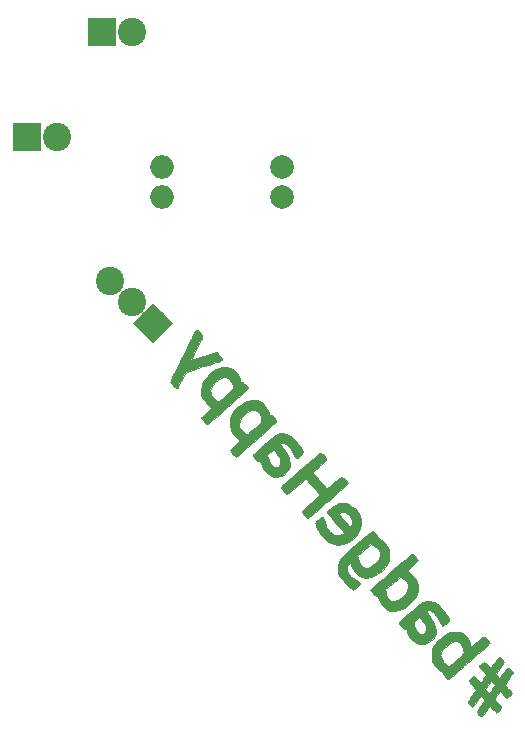
<source format=gbs>
G04 #@! TF.GenerationSoftware,KiCad,Pcbnew,(5.1.2)-1*
G04 #@! TF.CreationDate,2019-06-22T12:29:30-06:00*
G04 #@! TF.ProjectId,superhashtagpcb,73757065-7268-4617-9368-746167706362,rev?*
G04 #@! TF.SameCoordinates,Original*
G04 #@! TF.FileFunction,Soldermask,Bot*
G04 #@! TF.FilePolarity,Negative*
%FSLAX46Y46*%
G04 Gerber Fmt 4.6, Leading zero omitted, Abs format (unit mm)*
G04 Created by KiCad (PCBNEW (5.1.2)-1) date 2019-06-22 12:29:30*
%MOMM*%
%LPD*%
G04 APERTURE LIST*
%ADD10C,0.010000*%
%ADD11R,2.400000X2.400000*%
%ADD12C,2.400000*%
%ADD13C,2.000000*%
%ADD14O,2.000000X2.000000*%
%ADD15C,0.100000*%
G04 APERTURE END LIST*
D10*
G36*
X122429920Y-110340327D02*
G01*
X122480114Y-110382197D01*
X122534795Y-110443414D01*
X122597479Y-110519273D01*
X122625417Y-110552470D01*
X122723258Y-110677392D01*
X122793664Y-110786928D01*
X122821952Y-110858120D01*
X122822000Y-110859885D01*
X122803677Y-110921222D01*
X122752799Y-111044238D01*
X122675507Y-111215306D01*
X122577938Y-111420797D01*
X122477610Y-111624415D01*
X122354821Y-111871057D01*
X122234285Y-112115941D01*
X122125699Y-112339167D01*
X122038760Y-112520838D01*
X121995562Y-112613535D01*
X121857904Y-112915236D01*
X122955132Y-112550091D01*
X124052359Y-112184945D01*
X124261932Y-112417723D01*
X124410688Y-112600641D01*
X124493678Y-112744835D01*
X124509210Y-112846836D01*
X124488951Y-112883153D01*
X124441683Y-112904033D01*
X124322898Y-112948107D01*
X124141560Y-113012281D01*
X123906633Y-113093463D01*
X123627084Y-113188560D01*
X123311877Y-113294479D01*
X122969977Y-113408128D01*
X122903397Y-113430122D01*
X121354961Y-113941137D01*
X121064328Y-114565819D01*
X120963681Y-114780271D01*
X120873143Y-114969684D01*
X120799659Y-115119796D01*
X120750175Y-115216348D01*
X120734331Y-115243417D01*
X120671676Y-115290380D01*
X120591316Y-115276665D01*
X120485208Y-115198147D01*
X120345309Y-115050706D01*
X120334917Y-115038711D01*
X120230779Y-114912212D01*
X120152791Y-114806447D01*
X120114496Y-114740123D01*
X120112711Y-114731797D01*
X120130697Y-114685616D01*
X120182449Y-114570242D01*
X120264680Y-114392616D01*
X120374104Y-114159676D01*
X120507437Y-113878359D01*
X120661393Y-113555603D01*
X120832685Y-113198348D01*
X121018030Y-112813532D01*
X121168481Y-112502334D01*
X121401349Y-112020845D01*
X121600030Y-111610460D01*
X121768043Y-111266474D01*
X121908901Y-110984183D01*
X122026121Y-110758879D01*
X122123218Y-110585859D01*
X122203709Y-110460418D01*
X122271109Y-110377849D01*
X122328934Y-110333447D01*
X122380699Y-110322508D01*
X122429920Y-110340327D01*
X122429920Y-110340327D01*
G37*
X122429920Y-110340327D02*
X122480114Y-110382197D01*
X122534795Y-110443414D01*
X122597479Y-110519273D01*
X122625417Y-110552470D01*
X122723258Y-110677392D01*
X122793664Y-110786928D01*
X122821952Y-110858120D01*
X122822000Y-110859885D01*
X122803677Y-110921222D01*
X122752799Y-111044238D01*
X122675507Y-111215306D01*
X122577938Y-111420797D01*
X122477610Y-111624415D01*
X122354821Y-111871057D01*
X122234285Y-112115941D01*
X122125699Y-112339167D01*
X122038760Y-112520838D01*
X121995562Y-112613535D01*
X121857904Y-112915236D01*
X122955132Y-112550091D01*
X124052359Y-112184945D01*
X124261932Y-112417723D01*
X124410688Y-112600641D01*
X124493678Y-112744835D01*
X124509210Y-112846836D01*
X124488951Y-112883153D01*
X124441683Y-112904033D01*
X124322898Y-112948107D01*
X124141560Y-113012281D01*
X123906633Y-113093463D01*
X123627084Y-113188560D01*
X123311877Y-113294479D01*
X122969977Y-113408128D01*
X122903397Y-113430122D01*
X121354961Y-113941137D01*
X121064328Y-114565819D01*
X120963681Y-114780271D01*
X120873143Y-114969684D01*
X120799659Y-115119796D01*
X120750175Y-115216348D01*
X120734331Y-115243417D01*
X120671676Y-115290380D01*
X120591316Y-115276665D01*
X120485208Y-115198147D01*
X120345309Y-115050706D01*
X120334917Y-115038711D01*
X120230779Y-114912212D01*
X120152791Y-114806447D01*
X120114496Y-114740123D01*
X120112711Y-114731797D01*
X120130697Y-114685616D01*
X120182449Y-114570242D01*
X120264680Y-114392616D01*
X120374104Y-114159676D01*
X120507437Y-113878359D01*
X120661393Y-113555603D01*
X120832685Y-113198348D01*
X121018030Y-112813532D01*
X121168481Y-112502334D01*
X121401349Y-112020845D01*
X121600030Y-111610460D01*
X121768043Y-111266474D01*
X121908901Y-110984183D01*
X122026121Y-110758879D01*
X122123218Y-110585859D01*
X122203709Y-110460418D01*
X122271109Y-110377849D01*
X122328934Y-110333447D01*
X122380699Y-110322508D01*
X122429920Y-110340327D01*
G36*
X124925462Y-113502673D02*
G01*
X125070005Y-113520355D01*
X125186638Y-113555752D01*
X125268507Y-113594681D01*
X125517098Y-113768317D01*
X125733653Y-113999362D01*
X125902355Y-114266273D01*
X126007386Y-114547509D01*
X126022535Y-114621644D01*
X126046396Y-114721174D01*
X126087508Y-114758186D01*
X126163918Y-114755385D01*
X126235207Y-114756378D01*
X126304729Y-114790907D01*
X126391247Y-114871759D01*
X126477277Y-114968972D01*
X126575333Y-115094448D01*
X126645889Y-115205148D01*
X126674239Y-115277877D01*
X126674288Y-115279731D01*
X126643274Y-115321427D01*
X126555057Y-115411726D01*
X126416847Y-115544283D01*
X126235852Y-115712752D01*
X126019285Y-115910789D01*
X125774353Y-116132046D01*
X125508267Y-116370180D01*
X125228236Y-116618844D01*
X124941472Y-116871692D01*
X124655182Y-117122380D01*
X124376578Y-117364561D01*
X124112868Y-117591890D01*
X123871264Y-117798022D01*
X123658974Y-117976611D01*
X123483208Y-118121312D01*
X123351177Y-118225778D01*
X123270090Y-118283665D01*
X123250280Y-118293281D01*
X123180952Y-118266638D01*
X123074579Y-118174626D01*
X122957240Y-118045692D01*
X122854506Y-117919862D01*
X122777419Y-117817163D01*
X122739247Y-117755534D01*
X122737334Y-117748359D01*
X122767442Y-117708311D01*
X122850092Y-117624026D01*
X122973775Y-117506633D01*
X123126980Y-117367262D01*
X123181748Y-117318615D01*
X123341943Y-117175358D01*
X123476487Y-117051624D01*
X123573911Y-116958222D01*
X123622748Y-116905965D01*
X123626248Y-116899553D01*
X123591578Y-116866770D01*
X123507461Y-116823726D01*
X123501888Y-116821392D01*
X123384084Y-116747577D01*
X123241422Y-116622011D01*
X123092833Y-116465406D01*
X122957247Y-116298474D01*
X122853593Y-116141929D01*
X122820371Y-116075699D01*
X122722869Y-115743510D01*
X122710436Y-115465171D01*
X123501492Y-115465171D01*
X123520853Y-115686402D01*
X123580291Y-115837770D01*
X123665500Y-115967298D01*
X123783614Y-116101869D01*
X123916651Y-116225769D01*
X124046633Y-116323280D01*
X124155577Y-116378686D01*
X124206086Y-116384768D01*
X124252638Y-116355243D01*
X124351696Y-116278493D01*
X124492378Y-116163419D01*
X124663801Y-116018924D01*
X124855084Y-115853912D01*
X124856367Y-115852793D01*
X125456062Y-115329752D01*
X125429567Y-115154293D01*
X125377752Y-114957530D01*
X125288130Y-114754615D01*
X125175877Y-114573251D01*
X125056166Y-114441144D01*
X125026882Y-114419082D01*
X124840699Y-114338828D01*
X124635095Y-114337055D01*
X124408346Y-114414303D01*
X124158728Y-114571117D01*
X123930367Y-114764491D01*
X123705215Y-115007386D01*
X123562601Y-115239889D01*
X123501492Y-115465171D01*
X122710436Y-115465171D01*
X122707416Y-115397585D01*
X122773617Y-115043465D01*
X122918929Y-114690776D01*
X123061602Y-114474837D01*
X123262667Y-114246112D01*
X123501903Y-114023260D01*
X123759091Y-113824938D01*
X124014010Y-113669803D01*
X124039110Y-113657131D01*
X124208731Y-113576938D01*
X124339931Y-113529203D01*
X124468213Y-113505669D01*
X124629080Y-113498082D01*
X124724805Y-113497675D01*
X124925462Y-113502673D01*
X124925462Y-113502673D01*
G37*
X124925462Y-113502673D02*
X125070005Y-113520355D01*
X125186638Y-113555752D01*
X125268507Y-113594681D01*
X125517098Y-113768317D01*
X125733653Y-113999362D01*
X125902355Y-114266273D01*
X126007386Y-114547509D01*
X126022535Y-114621644D01*
X126046396Y-114721174D01*
X126087508Y-114758186D01*
X126163918Y-114755385D01*
X126235207Y-114756378D01*
X126304729Y-114790907D01*
X126391247Y-114871759D01*
X126477277Y-114968972D01*
X126575333Y-115094448D01*
X126645889Y-115205148D01*
X126674239Y-115277877D01*
X126674288Y-115279731D01*
X126643274Y-115321427D01*
X126555057Y-115411726D01*
X126416847Y-115544283D01*
X126235852Y-115712752D01*
X126019285Y-115910789D01*
X125774353Y-116132046D01*
X125508267Y-116370180D01*
X125228236Y-116618844D01*
X124941472Y-116871692D01*
X124655182Y-117122380D01*
X124376578Y-117364561D01*
X124112868Y-117591890D01*
X123871264Y-117798022D01*
X123658974Y-117976611D01*
X123483208Y-118121312D01*
X123351177Y-118225778D01*
X123270090Y-118283665D01*
X123250280Y-118293281D01*
X123180952Y-118266638D01*
X123074579Y-118174626D01*
X122957240Y-118045692D01*
X122854506Y-117919862D01*
X122777419Y-117817163D01*
X122739247Y-117755534D01*
X122737334Y-117748359D01*
X122767442Y-117708311D01*
X122850092Y-117624026D01*
X122973775Y-117506633D01*
X123126980Y-117367262D01*
X123181748Y-117318615D01*
X123341943Y-117175358D01*
X123476487Y-117051624D01*
X123573911Y-116958222D01*
X123622748Y-116905965D01*
X123626248Y-116899553D01*
X123591578Y-116866770D01*
X123507461Y-116823726D01*
X123501888Y-116821392D01*
X123384084Y-116747577D01*
X123241422Y-116622011D01*
X123092833Y-116465406D01*
X122957247Y-116298474D01*
X122853593Y-116141929D01*
X122820371Y-116075699D01*
X122722869Y-115743510D01*
X122710436Y-115465171D01*
X123501492Y-115465171D01*
X123520853Y-115686402D01*
X123580291Y-115837770D01*
X123665500Y-115967298D01*
X123783614Y-116101869D01*
X123916651Y-116225769D01*
X124046633Y-116323280D01*
X124155577Y-116378686D01*
X124206086Y-116384768D01*
X124252638Y-116355243D01*
X124351696Y-116278493D01*
X124492378Y-116163419D01*
X124663801Y-116018924D01*
X124855084Y-115853912D01*
X124856367Y-115852793D01*
X125456062Y-115329752D01*
X125429567Y-115154293D01*
X125377752Y-114957530D01*
X125288130Y-114754615D01*
X125175877Y-114573251D01*
X125056166Y-114441144D01*
X125026882Y-114419082D01*
X124840699Y-114338828D01*
X124635095Y-114337055D01*
X124408346Y-114414303D01*
X124158728Y-114571117D01*
X123930367Y-114764491D01*
X123705215Y-115007386D01*
X123562601Y-115239889D01*
X123501492Y-115465171D01*
X122710436Y-115465171D01*
X122707416Y-115397585D01*
X122773617Y-115043465D01*
X122918929Y-114690776D01*
X123061602Y-114474837D01*
X123262667Y-114246112D01*
X123501903Y-114023260D01*
X123759091Y-113824938D01*
X124014010Y-113669803D01*
X124039110Y-113657131D01*
X124208731Y-113576938D01*
X124339931Y-113529203D01*
X124468213Y-113505669D01*
X124629080Y-113498082D01*
X124724805Y-113497675D01*
X124925462Y-113502673D01*
G36*
X127483900Y-116293503D02*
G01*
X127670866Y-116364114D01*
X127937718Y-116545839D01*
X128161941Y-116786331D01*
X128330063Y-117067207D01*
X128428612Y-117370083D01*
X128435094Y-117406850D01*
X128460859Y-117519130D01*
X128491277Y-117552925D01*
X128508965Y-117542635D01*
X128589443Y-117501808D01*
X128622059Y-117497667D01*
X128686852Y-117529740D01*
X128780190Y-117612271D01*
X128884481Y-117724727D01*
X128982132Y-117846577D01*
X129055549Y-117957288D01*
X129087140Y-118036327D01*
X129087334Y-118040670D01*
X129056253Y-118084051D01*
X128967832Y-118175848D01*
X128829300Y-118309709D01*
X128647886Y-118479287D01*
X128430820Y-118678232D01*
X128185332Y-118900194D01*
X127918652Y-119138825D01*
X127638009Y-119387776D01*
X127350633Y-119640696D01*
X127063753Y-119891237D01*
X126784600Y-120133049D01*
X126520402Y-120359783D01*
X126278391Y-120565091D01*
X126065794Y-120742622D01*
X125889843Y-120886028D01*
X125757766Y-120988959D01*
X125676794Y-121045066D01*
X125656532Y-121053667D01*
X125588153Y-121023980D01*
X125493099Y-120948038D01*
X125433687Y-120887821D01*
X125330168Y-120767073D01*
X125239193Y-120650754D01*
X125208823Y-120607461D01*
X125133790Y-120492946D01*
X125301520Y-120339390D01*
X125413388Y-120238166D01*
X125561542Y-120105693D01*
X125718547Y-119966474D01*
X125759207Y-119930633D01*
X126049163Y-119675433D01*
X125841279Y-119546205D01*
X125564295Y-119327530D01*
X125352041Y-119062316D01*
X125207009Y-118761425D01*
X125131688Y-118435720D01*
X125129968Y-118248199D01*
X125912749Y-118248199D01*
X125937673Y-118483659D01*
X125957187Y-118542661D01*
X126024282Y-118661427D01*
X126133970Y-118796114D01*
X126267462Y-118929425D01*
X126405969Y-119044067D01*
X126530703Y-119122744D01*
X126615372Y-119148509D01*
X126660682Y-119121818D01*
X126758257Y-119047525D01*
X126897244Y-118934456D01*
X127066786Y-118791435D01*
X127250372Y-118632256D01*
X127456943Y-118450385D01*
X127608260Y-118314312D01*
X127712743Y-118214033D01*
X127778815Y-118139546D01*
X127814898Y-118080848D01*
X127829413Y-118027934D01*
X127830781Y-117970802D01*
X127829525Y-117944339D01*
X127773613Y-117658652D01*
X127639811Y-117402954D01*
X127518551Y-117262499D01*
X127409068Y-117164232D01*
X127319362Y-117114970D01*
X127214365Y-117099222D01*
X127148485Y-117099012D01*
X126946132Y-117128642D01*
X126741632Y-117214869D01*
X126521767Y-117364590D01*
X126341815Y-117519935D01*
X126114588Y-117766954D01*
X125971644Y-118009502D01*
X125912749Y-118248199D01*
X125129968Y-118248199D01*
X125128572Y-118096062D01*
X125200151Y-117753314D01*
X125348916Y-117418337D01*
X125351995Y-117413000D01*
X125537946Y-117152596D01*
X125784894Y-116894955D01*
X126070644Y-116658568D01*
X126372999Y-116461923D01*
X126652157Y-116329972D01*
X126922990Y-116263236D01*
X127210164Y-116251413D01*
X127483900Y-116293503D01*
X127483900Y-116293503D01*
G37*
X127483900Y-116293503D02*
X127670866Y-116364114D01*
X127937718Y-116545839D01*
X128161941Y-116786331D01*
X128330063Y-117067207D01*
X128428612Y-117370083D01*
X128435094Y-117406850D01*
X128460859Y-117519130D01*
X128491277Y-117552925D01*
X128508965Y-117542635D01*
X128589443Y-117501808D01*
X128622059Y-117497667D01*
X128686852Y-117529740D01*
X128780190Y-117612271D01*
X128884481Y-117724727D01*
X128982132Y-117846577D01*
X129055549Y-117957288D01*
X129087140Y-118036327D01*
X129087334Y-118040670D01*
X129056253Y-118084051D01*
X128967832Y-118175848D01*
X128829300Y-118309709D01*
X128647886Y-118479287D01*
X128430820Y-118678232D01*
X128185332Y-118900194D01*
X127918652Y-119138825D01*
X127638009Y-119387776D01*
X127350633Y-119640696D01*
X127063753Y-119891237D01*
X126784600Y-120133049D01*
X126520402Y-120359783D01*
X126278391Y-120565091D01*
X126065794Y-120742622D01*
X125889843Y-120886028D01*
X125757766Y-120988959D01*
X125676794Y-121045066D01*
X125656532Y-121053667D01*
X125588153Y-121023980D01*
X125493099Y-120948038D01*
X125433687Y-120887821D01*
X125330168Y-120767073D01*
X125239193Y-120650754D01*
X125208823Y-120607461D01*
X125133790Y-120492946D01*
X125301520Y-120339390D01*
X125413388Y-120238166D01*
X125561542Y-120105693D01*
X125718547Y-119966474D01*
X125759207Y-119930633D01*
X126049163Y-119675433D01*
X125841279Y-119546205D01*
X125564295Y-119327530D01*
X125352041Y-119062316D01*
X125207009Y-118761425D01*
X125131688Y-118435720D01*
X125129968Y-118248199D01*
X125912749Y-118248199D01*
X125937673Y-118483659D01*
X125957187Y-118542661D01*
X126024282Y-118661427D01*
X126133970Y-118796114D01*
X126267462Y-118929425D01*
X126405969Y-119044067D01*
X126530703Y-119122744D01*
X126615372Y-119148509D01*
X126660682Y-119121818D01*
X126758257Y-119047525D01*
X126897244Y-118934456D01*
X127066786Y-118791435D01*
X127250372Y-118632256D01*
X127456943Y-118450385D01*
X127608260Y-118314312D01*
X127712743Y-118214033D01*
X127778815Y-118139546D01*
X127814898Y-118080848D01*
X127829413Y-118027934D01*
X127830781Y-117970802D01*
X127829525Y-117944339D01*
X127773613Y-117658652D01*
X127639811Y-117402954D01*
X127518551Y-117262499D01*
X127409068Y-117164232D01*
X127319362Y-117114970D01*
X127214365Y-117099222D01*
X127148485Y-117099012D01*
X126946132Y-117128642D01*
X126741632Y-117214869D01*
X126521767Y-117364590D01*
X126341815Y-117519935D01*
X126114588Y-117766954D01*
X125971644Y-118009502D01*
X125912749Y-118248199D01*
X125129968Y-118248199D01*
X125128572Y-118096062D01*
X125200151Y-117753314D01*
X125348916Y-117418337D01*
X125351995Y-117413000D01*
X125537946Y-117152596D01*
X125784894Y-116894955D01*
X126070644Y-116658568D01*
X126372999Y-116461923D01*
X126652157Y-116329972D01*
X126922990Y-116263236D01*
X127210164Y-116251413D01*
X127483900Y-116293503D01*
G36*
X129633467Y-119072678D02*
G01*
X129662152Y-119074763D01*
X129881163Y-119111539D01*
X130085097Y-119190798D01*
X130290317Y-119321804D01*
X130513188Y-119513820D01*
X130615639Y-119614528D01*
X130767162Y-119781521D01*
X130917919Y-119971516D01*
X131058050Y-120169212D01*
X131177696Y-120359308D01*
X131266999Y-120526506D01*
X131316098Y-120655503D01*
X131321911Y-120710610D01*
X131285196Y-120789255D01*
X131202080Y-120892053D01*
X131091318Y-121002301D01*
X130971667Y-121103294D01*
X130861883Y-121178329D01*
X130780720Y-121210700D01*
X130762485Y-121208837D01*
X130717300Y-121161995D01*
X130648329Y-121056272D01*
X130566826Y-120909864D01*
X130519365Y-120815772D01*
X130385970Y-120575419D01*
X130229816Y-120348252D01*
X130064561Y-120150615D01*
X129903864Y-119998852D01*
X129762117Y-119909611D01*
X129650611Y-119877700D01*
X129553444Y-119896128D01*
X129512232Y-119914927D01*
X129392530Y-119974167D01*
X129669309Y-120355167D01*
X129881001Y-120663143D01*
X130035826Y-120929719D01*
X130140361Y-121169559D01*
X130201184Y-121397325D01*
X130223310Y-121590080D01*
X130227952Y-121762414D01*
X130215326Y-121886239D01*
X130178437Y-121997089D01*
X130120644Y-122111578D01*
X129933271Y-122376292D01*
X129697540Y-122578706D01*
X129423803Y-122711744D01*
X129164550Y-122765389D01*
X129008295Y-122770662D01*
X128865598Y-122761642D01*
X128812167Y-122751905D01*
X128525099Y-122634108D01*
X128266904Y-122444402D01*
X128047198Y-122193326D01*
X127875596Y-121891417D01*
X127779242Y-121619754D01*
X127743046Y-121510514D01*
X127701748Y-121465350D01*
X127636901Y-121464729D01*
X127633436Y-121465377D01*
X127568332Y-121461790D01*
X127493775Y-121418583D01*
X127394215Y-121324683D01*
X127315985Y-121239380D01*
X127211905Y-121116187D01*
X127134782Y-121012671D01*
X127098715Y-120948056D01*
X127097667Y-120941714D01*
X127104356Y-120915998D01*
X127111194Y-120905500D01*
X128324097Y-120905500D01*
X128380859Y-121138334D01*
X128452938Y-121377081D01*
X128545820Y-121561209D01*
X128676368Y-121720670D01*
X128746048Y-121787098D01*
X128911081Y-121905448D01*
X129059838Y-121943122D01*
X129200258Y-121900574D01*
X129302257Y-121818923D01*
X129399493Y-121665166D01*
X129428259Y-121478417D01*
X129386846Y-121277758D01*
X129356761Y-121210315D01*
X129299181Y-121109254D01*
X129216006Y-120977223D01*
X129119268Y-120831623D01*
X129021000Y-120689851D01*
X128933233Y-120569308D01*
X128868001Y-120487394D01*
X128838629Y-120461077D01*
X128796954Y-120487668D01*
X128710337Y-120558069D01*
X128595751Y-120658334D01*
X128568132Y-120683327D01*
X128324097Y-120905500D01*
X127111194Y-120905500D01*
X127128468Y-120878984D01*
X127176066Y-120824985D01*
X127253215Y-120748312D01*
X127365980Y-120643279D01*
X127520424Y-120504200D01*
X127722612Y-120325386D01*
X127978608Y-120101151D01*
X128198334Y-119909530D01*
X128488913Y-119659411D01*
X128728042Y-119462090D01*
X128925562Y-119311957D01*
X129091315Y-119203399D01*
X129235141Y-119130804D01*
X129366880Y-119088561D01*
X129496375Y-119071056D01*
X129633467Y-119072678D01*
X129633467Y-119072678D01*
G37*
X129633467Y-119072678D02*
X129662152Y-119074763D01*
X129881163Y-119111539D01*
X130085097Y-119190798D01*
X130290317Y-119321804D01*
X130513188Y-119513820D01*
X130615639Y-119614528D01*
X130767162Y-119781521D01*
X130917919Y-119971516D01*
X131058050Y-120169212D01*
X131177696Y-120359308D01*
X131266999Y-120526506D01*
X131316098Y-120655503D01*
X131321911Y-120710610D01*
X131285196Y-120789255D01*
X131202080Y-120892053D01*
X131091318Y-121002301D01*
X130971667Y-121103294D01*
X130861883Y-121178329D01*
X130780720Y-121210700D01*
X130762485Y-121208837D01*
X130717300Y-121161995D01*
X130648329Y-121056272D01*
X130566826Y-120909864D01*
X130519365Y-120815772D01*
X130385970Y-120575419D01*
X130229816Y-120348252D01*
X130064561Y-120150615D01*
X129903864Y-119998852D01*
X129762117Y-119909611D01*
X129650611Y-119877700D01*
X129553444Y-119896128D01*
X129512232Y-119914927D01*
X129392530Y-119974167D01*
X129669309Y-120355167D01*
X129881001Y-120663143D01*
X130035826Y-120929719D01*
X130140361Y-121169559D01*
X130201184Y-121397325D01*
X130223310Y-121590080D01*
X130227952Y-121762414D01*
X130215326Y-121886239D01*
X130178437Y-121997089D01*
X130120644Y-122111578D01*
X129933271Y-122376292D01*
X129697540Y-122578706D01*
X129423803Y-122711744D01*
X129164550Y-122765389D01*
X129008295Y-122770662D01*
X128865598Y-122761642D01*
X128812167Y-122751905D01*
X128525099Y-122634108D01*
X128266904Y-122444402D01*
X128047198Y-122193326D01*
X127875596Y-121891417D01*
X127779242Y-121619754D01*
X127743046Y-121510514D01*
X127701748Y-121465350D01*
X127636901Y-121464729D01*
X127633436Y-121465377D01*
X127568332Y-121461790D01*
X127493775Y-121418583D01*
X127394215Y-121324683D01*
X127315985Y-121239380D01*
X127211905Y-121116187D01*
X127134782Y-121012671D01*
X127098715Y-120948056D01*
X127097667Y-120941714D01*
X127104356Y-120915998D01*
X127111194Y-120905500D01*
X128324097Y-120905500D01*
X128380859Y-121138334D01*
X128452938Y-121377081D01*
X128545820Y-121561209D01*
X128676368Y-121720670D01*
X128746048Y-121787098D01*
X128911081Y-121905448D01*
X129059838Y-121943122D01*
X129200258Y-121900574D01*
X129302257Y-121818923D01*
X129399493Y-121665166D01*
X129428259Y-121478417D01*
X129386846Y-121277758D01*
X129356761Y-121210315D01*
X129299181Y-121109254D01*
X129216006Y-120977223D01*
X129119268Y-120831623D01*
X129021000Y-120689851D01*
X128933233Y-120569308D01*
X128868001Y-120487394D01*
X128838629Y-120461077D01*
X128796954Y-120487668D01*
X128710337Y-120558069D01*
X128595751Y-120658334D01*
X128568132Y-120683327D01*
X128324097Y-120905500D01*
X127111194Y-120905500D01*
X127128468Y-120878984D01*
X127176066Y-120824985D01*
X127253215Y-120748312D01*
X127365980Y-120643279D01*
X127520424Y-120504200D01*
X127722612Y-120325386D01*
X127978608Y-120101151D01*
X128198334Y-119909530D01*
X128488913Y-119659411D01*
X128728042Y-119462090D01*
X128925562Y-119311957D01*
X129091315Y-119203399D01*
X129235141Y-119130804D01*
X129366880Y-119088561D01*
X129496375Y-119071056D01*
X129633467Y-119072678D01*
G36*
X132889717Y-120746020D02*
G01*
X132990296Y-120821915D01*
X133104138Y-120932717D01*
X133213693Y-121061131D01*
X133301416Y-121189862D01*
X133310171Y-121205481D01*
X133327586Y-121241230D01*
X133332845Y-121275690D01*
X133319046Y-121316451D01*
X133279284Y-121371105D01*
X133206658Y-121447244D01*
X133094262Y-121552458D01*
X132935195Y-121694339D01*
X132722553Y-121880478D01*
X132596358Y-121990449D01*
X132441451Y-122126533D01*
X132310998Y-122243284D01*
X132217707Y-122329175D01*
X132174284Y-122372678D01*
X132173025Y-122374509D01*
X132194169Y-122414172D01*
X132262437Y-122505062D01*
X132367948Y-122635810D01*
X132500820Y-122795042D01*
X132651169Y-122971388D01*
X132809114Y-123153476D01*
X132964771Y-123329936D01*
X133108260Y-123489396D01*
X133229697Y-123620484D01*
X133319200Y-123711830D01*
X133366886Y-123752062D01*
X133370919Y-123752883D01*
X133411705Y-123722777D01*
X133505352Y-123645984D01*
X133641042Y-123531612D01*
X133807956Y-123388772D01*
X133974769Y-123244417D01*
X134162196Y-123084146D01*
X134330501Y-122945344D01*
X134468325Y-122836974D01*
X134564310Y-122767997D01*
X134605242Y-122747000D01*
X134662020Y-122776826D01*
X134753602Y-122853866D01*
X134861601Y-122959466D01*
X134967627Y-123074971D01*
X135053291Y-123181725D01*
X135089963Y-123238737D01*
X135114474Y-123324223D01*
X135106296Y-123369125D01*
X135063708Y-123414216D01*
X134965024Y-123506595D01*
X134817599Y-123639925D01*
X134628792Y-123807868D01*
X134405958Y-124004088D01*
X134156454Y-124222248D01*
X133887637Y-124456011D01*
X133606863Y-124699040D01*
X133321489Y-124944998D01*
X133038872Y-125187549D01*
X132766368Y-125420355D01*
X132511334Y-125637080D01*
X132281126Y-125831387D01*
X132083102Y-125996939D01*
X131924617Y-126127398D01*
X131813029Y-126216429D01*
X131755695Y-126257694D01*
X131750413Y-126259826D01*
X131692821Y-126229642D01*
X131600539Y-126148844D01*
X131491243Y-126033349D01*
X131464663Y-126002494D01*
X131361823Y-125873867D01*
X131285041Y-125764460D01*
X131247860Y-125693956D01*
X131246334Y-125685158D01*
X131277034Y-125641786D01*
X131363236Y-125551801D01*
X131496087Y-125423610D01*
X131666736Y-125265620D01*
X131866332Y-125086241D01*
X132008462Y-124961229D01*
X132770591Y-124296463D01*
X132650875Y-124167315D01*
X132592883Y-124102822D01*
X132491198Y-123987847D01*
X132357602Y-123835866D01*
X132203876Y-123660360D01*
X132041802Y-123474807D01*
X131883161Y-123292685D01*
X131739734Y-123127474D01*
X131623303Y-122992651D01*
X131580247Y-122942434D01*
X131540160Y-122957381D01*
X131447152Y-123020989D01*
X131311359Y-123125421D01*
X131142918Y-123262839D01*
X130951965Y-123425406D01*
X130923200Y-123450434D01*
X130651529Y-123686845D01*
X130436438Y-123872410D01*
X130271268Y-124012582D01*
X130149360Y-124112814D01*
X130064056Y-124178557D01*
X130008698Y-124215264D01*
X129976627Y-124228388D01*
X129972843Y-124228667D01*
X129926021Y-124199045D01*
X129843107Y-124122626D01*
X129741702Y-124018080D01*
X129639402Y-123904075D01*
X129553808Y-123799282D01*
X129512747Y-123740577D01*
X129475272Y-123660593D01*
X129493361Y-123597985D01*
X129533914Y-123548810D01*
X129599978Y-123483396D01*
X129719353Y-123373226D01*
X129884558Y-123224732D01*
X130088114Y-123044351D01*
X130322539Y-122838517D01*
X130580353Y-122613663D01*
X130854074Y-122376225D01*
X131136222Y-122132638D01*
X131419317Y-121889335D01*
X131695878Y-121652751D01*
X131958423Y-121429321D01*
X132199473Y-121225480D01*
X132411546Y-121047661D01*
X132587162Y-120902300D01*
X132718841Y-120795830D01*
X132799100Y-120734687D01*
X132819949Y-120722327D01*
X132889717Y-120746020D01*
X132889717Y-120746020D01*
G37*
X132889717Y-120746020D02*
X132990296Y-120821915D01*
X133104138Y-120932717D01*
X133213693Y-121061131D01*
X133301416Y-121189862D01*
X133310171Y-121205481D01*
X133327586Y-121241230D01*
X133332845Y-121275690D01*
X133319046Y-121316451D01*
X133279284Y-121371105D01*
X133206658Y-121447244D01*
X133094262Y-121552458D01*
X132935195Y-121694339D01*
X132722553Y-121880478D01*
X132596358Y-121990449D01*
X132441451Y-122126533D01*
X132310998Y-122243284D01*
X132217707Y-122329175D01*
X132174284Y-122372678D01*
X132173025Y-122374509D01*
X132194169Y-122414172D01*
X132262437Y-122505062D01*
X132367948Y-122635810D01*
X132500820Y-122795042D01*
X132651169Y-122971388D01*
X132809114Y-123153476D01*
X132964771Y-123329936D01*
X133108260Y-123489396D01*
X133229697Y-123620484D01*
X133319200Y-123711830D01*
X133366886Y-123752062D01*
X133370919Y-123752883D01*
X133411705Y-123722777D01*
X133505352Y-123645984D01*
X133641042Y-123531612D01*
X133807956Y-123388772D01*
X133974769Y-123244417D01*
X134162196Y-123084146D01*
X134330501Y-122945344D01*
X134468325Y-122836974D01*
X134564310Y-122767997D01*
X134605242Y-122747000D01*
X134662020Y-122776826D01*
X134753602Y-122853866D01*
X134861601Y-122959466D01*
X134967627Y-123074971D01*
X135053291Y-123181725D01*
X135089963Y-123238737D01*
X135114474Y-123324223D01*
X135106296Y-123369125D01*
X135063708Y-123414216D01*
X134965024Y-123506595D01*
X134817599Y-123639925D01*
X134628792Y-123807868D01*
X134405958Y-124004088D01*
X134156454Y-124222248D01*
X133887637Y-124456011D01*
X133606863Y-124699040D01*
X133321489Y-124944998D01*
X133038872Y-125187549D01*
X132766368Y-125420355D01*
X132511334Y-125637080D01*
X132281126Y-125831387D01*
X132083102Y-125996939D01*
X131924617Y-126127398D01*
X131813029Y-126216429D01*
X131755695Y-126257694D01*
X131750413Y-126259826D01*
X131692821Y-126229642D01*
X131600539Y-126148844D01*
X131491243Y-126033349D01*
X131464663Y-126002494D01*
X131361823Y-125873867D01*
X131285041Y-125764460D01*
X131247860Y-125693956D01*
X131246334Y-125685158D01*
X131277034Y-125641786D01*
X131363236Y-125551801D01*
X131496087Y-125423610D01*
X131666736Y-125265620D01*
X131866332Y-125086241D01*
X132008462Y-124961229D01*
X132770591Y-124296463D01*
X132650875Y-124167315D01*
X132592883Y-124102822D01*
X132491198Y-123987847D01*
X132357602Y-123835866D01*
X132203876Y-123660360D01*
X132041802Y-123474807D01*
X131883161Y-123292685D01*
X131739734Y-123127474D01*
X131623303Y-122992651D01*
X131580247Y-122942434D01*
X131540160Y-122957381D01*
X131447152Y-123020989D01*
X131311359Y-123125421D01*
X131142918Y-123262839D01*
X130951965Y-123425406D01*
X130923200Y-123450434D01*
X130651529Y-123686845D01*
X130436438Y-123872410D01*
X130271268Y-124012582D01*
X130149360Y-124112814D01*
X130064056Y-124178557D01*
X130008698Y-124215264D01*
X129976627Y-124228388D01*
X129972843Y-124228667D01*
X129926021Y-124199045D01*
X129843107Y-124122626D01*
X129741702Y-124018080D01*
X129639402Y-123904075D01*
X129553808Y-123799282D01*
X129512747Y-123740577D01*
X129475272Y-123660593D01*
X129493361Y-123597985D01*
X129533914Y-123548810D01*
X129599978Y-123483396D01*
X129719353Y-123373226D01*
X129884558Y-123224732D01*
X130088114Y-123044351D01*
X130322539Y-122838517D01*
X130580353Y-122613663D01*
X130854074Y-122376225D01*
X131136222Y-122132638D01*
X131419317Y-121889335D01*
X131695878Y-121652751D01*
X131958423Y-121429321D01*
X132199473Y-121225480D01*
X132411546Y-121047661D01*
X132587162Y-120902300D01*
X132718841Y-120795830D01*
X132799100Y-120734687D01*
X132819949Y-120722327D01*
X132889717Y-120746020D01*
G36*
X134996156Y-125029390D02*
G01*
X135228090Y-125089170D01*
X135438385Y-125201839D01*
X135651958Y-125378064D01*
X135713704Y-125438211D01*
X135962020Y-125739653D01*
X136131153Y-126063051D01*
X136221314Y-126400938D01*
X136232709Y-126745849D01*
X136165547Y-127090318D01*
X136020038Y-127426880D01*
X135796389Y-127748070D01*
X135644627Y-127911100D01*
X135321601Y-128182148D01*
X134985848Y-128378389D01*
X134643757Y-128497552D01*
X134301716Y-128537362D01*
X133987244Y-128500707D01*
X133693712Y-128393029D01*
X133400069Y-128214493D01*
X133120519Y-127977688D01*
X132869264Y-127695205D01*
X132660505Y-127379632D01*
X132606448Y-127276667D01*
X132524633Y-127099844D01*
X132456808Y-126933329D01*
X132413462Y-126803709D01*
X132404965Y-126765963D01*
X132397095Y-126686589D01*
X132411537Y-126622863D01*
X132460366Y-126555279D01*
X132555656Y-126464326D01*
X132634238Y-126395546D01*
X132800760Y-126261508D01*
X132922269Y-126191717D01*
X133007984Y-126185402D01*
X133067123Y-126241792D01*
X133107876Y-126355917D01*
X133182580Y-126640201D01*
X133252416Y-126859403D01*
X133325509Y-127032105D01*
X133409983Y-127176889D01*
X133513963Y-127312337D01*
X133538400Y-127340608D01*
X133761810Y-127542738D01*
X134006158Y-127666492D01*
X134265779Y-127709042D01*
X134276496Y-127709015D01*
X134445582Y-127690708D01*
X134603246Y-127645122D01*
X134725192Y-127581763D01*
X134787123Y-127510136D01*
X134787451Y-127509112D01*
X134764278Y-127467138D01*
X134692261Y-127370629D01*
X134578635Y-127228482D01*
X134430637Y-127049592D01*
X134255503Y-126842854D01*
X134081823Y-126641667D01*
X133887464Y-126415719D01*
X133713036Y-126207746D01*
X133565983Y-126027046D01*
X133475726Y-125911143D01*
X134412750Y-125911143D01*
X134434181Y-125962089D01*
X134488285Y-126040591D01*
X134581443Y-126156289D01*
X134720036Y-126318827D01*
X134847780Y-126465957D01*
X135032731Y-126676902D01*
X135170984Y-126827144D01*
X135271144Y-126920089D01*
X135341818Y-126959144D01*
X135391609Y-126947713D01*
X135429125Y-126889205D01*
X135462970Y-126787024D01*
X135482164Y-126717058D01*
X135501809Y-126503749D01*
X135442379Y-126294154D01*
X135301765Y-126082243D01*
X135233933Y-126007397D01*
X135113761Y-125896348D01*
X134997458Y-125810852D01*
X134918472Y-125772449D01*
X134756034Y-125760399D01*
X134582443Y-125789711D01*
X134443386Y-125852621D01*
X134442385Y-125853350D01*
X134417611Y-125878111D01*
X134412750Y-125911143D01*
X133475726Y-125911143D01*
X133453746Y-125882919D01*
X133383769Y-125784664D01*
X133363057Y-125743627D01*
X133396489Y-125676560D01*
X133486117Y-125578612D01*
X133615830Y-125462946D01*
X133769515Y-125342725D01*
X133931059Y-125231112D01*
X134084351Y-125141270D01*
X134125000Y-125121150D01*
X134265348Y-125062960D01*
X134399317Y-125029436D01*
X134559874Y-125014498D01*
X134717667Y-125011834D01*
X134996156Y-125029390D01*
X134996156Y-125029390D01*
G37*
X134996156Y-125029390D02*
X135228090Y-125089170D01*
X135438385Y-125201839D01*
X135651958Y-125378064D01*
X135713704Y-125438211D01*
X135962020Y-125739653D01*
X136131153Y-126063051D01*
X136221314Y-126400938D01*
X136232709Y-126745849D01*
X136165547Y-127090318D01*
X136020038Y-127426880D01*
X135796389Y-127748070D01*
X135644627Y-127911100D01*
X135321601Y-128182148D01*
X134985848Y-128378389D01*
X134643757Y-128497552D01*
X134301716Y-128537362D01*
X133987244Y-128500707D01*
X133693712Y-128393029D01*
X133400069Y-128214493D01*
X133120519Y-127977688D01*
X132869264Y-127695205D01*
X132660505Y-127379632D01*
X132606448Y-127276667D01*
X132524633Y-127099844D01*
X132456808Y-126933329D01*
X132413462Y-126803709D01*
X132404965Y-126765963D01*
X132397095Y-126686589D01*
X132411537Y-126622863D01*
X132460366Y-126555279D01*
X132555656Y-126464326D01*
X132634238Y-126395546D01*
X132800760Y-126261508D01*
X132922269Y-126191717D01*
X133007984Y-126185402D01*
X133067123Y-126241792D01*
X133107876Y-126355917D01*
X133182580Y-126640201D01*
X133252416Y-126859403D01*
X133325509Y-127032105D01*
X133409983Y-127176889D01*
X133513963Y-127312337D01*
X133538400Y-127340608D01*
X133761810Y-127542738D01*
X134006158Y-127666492D01*
X134265779Y-127709042D01*
X134276496Y-127709015D01*
X134445582Y-127690708D01*
X134603246Y-127645122D01*
X134725192Y-127581763D01*
X134787123Y-127510136D01*
X134787451Y-127509112D01*
X134764278Y-127467138D01*
X134692261Y-127370629D01*
X134578635Y-127228482D01*
X134430637Y-127049592D01*
X134255503Y-126842854D01*
X134081823Y-126641667D01*
X133887464Y-126415719D01*
X133713036Y-126207746D01*
X133565983Y-126027046D01*
X133475726Y-125911143D01*
X134412750Y-125911143D01*
X134434181Y-125962089D01*
X134488285Y-126040591D01*
X134581443Y-126156289D01*
X134720036Y-126318827D01*
X134847780Y-126465957D01*
X135032731Y-126676902D01*
X135170984Y-126827144D01*
X135271144Y-126920089D01*
X135341818Y-126959144D01*
X135391609Y-126947713D01*
X135429125Y-126889205D01*
X135462970Y-126787024D01*
X135482164Y-126717058D01*
X135501809Y-126503749D01*
X135442379Y-126294154D01*
X135301765Y-126082243D01*
X135233933Y-126007397D01*
X135113761Y-125896348D01*
X134997458Y-125810852D01*
X134918472Y-125772449D01*
X134756034Y-125760399D01*
X134582443Y-125789711D01*
X134443386Y-125852621D01*
X134442385Y-125853350D01*
X134417611Y-125878111D01*
X134412750Y-125911143D01*
X133475726Y-125911143D01*
X133453746Y-125882919D01*
X133383769Y-125784664D01*
X133363057Y-125743627D01*
X133396489Y-125676560D01*
X133486117Y-125578612D01*
X133615830Y-125462946D01*
X133769515Y-125342725D01*
X133931059Y-125231112D01*
X134084351Y-125141270D01*
X134125000Y-125121150D01*
X134265348Y-125062960D01*
X134399317Y-125029436D01*
X134559874Y-125014498D01*
X134717667Y-125011834D01*
X134996156Y-125029390D01*
G36*
X137275997Y-127392451D02*
G01*
X137369400Y-127472284D01*
X137475017Y-127580548D01*
X137574420Y-127696962D01*
X137649181Y-127801243D01*
X137680870Y-127873110D01*
X137681000Y-127876158D01*
X137715552Y-127927017D01*
X137803822Y-127994405D01*
X137871561Y-128034071D01*
X138096574Y-128191894D01*
X138308784Y-128412607D01*
X138488152Y-128674742D01*
X138514403Y-128722764D01*
X138570246Y-128837060D01*
X138605365Y-128939609D01*
X138624461Y-129056058D01*
X138632237Y-129212052D01*
X138633468Y-129372167D01*
X138631121Y-129575757D01*
X138620538Y-129722631D01*
X138596461Y-129840684D01*
X138553633Y-129957815D01*
X138501828Y-130070667D01*
X138322020Y-130377116D01*
X138089293Y-130646301D01*
X137789632Y-130893679D01*
X137698005Y-130957016D01*
X137352155Y-131152701D01*
X137020159Y-131266505D01*
X136697760Y-131299252D01*
X136380700Y-131251768D01*
X136302125Y-131227578D01*
X136120662Y-131136389D01*
X135933073Y-130992055D01*
X135753608Y-130811744D01*
X135596515Y-130612625D01*
X135476045Y-130411866D01*
X135406447Y-130226636D01*
X135395000Y-130134628D01*
X135381058Y-130049771D01*
X135336811Y-130038748D01*
X135258625Y-130102025D01*
X135208251Y-130158596D01*
X135094095Y-130350770D01*
X135061795Y-130555581D01*
X135110005Y-130769983D01*
X135237380Y-130990929D01*
X135442574Y-131215371D01*
X135724242Y-131440263D01*
X135795844Y-131489169D01*
X135984947Y-131623014D01*
X136106275Y-131727251D01*
X136155957Y-131798474D01*
X136157000Y-131806851D01*
X136125952Y-131871850D01*
X136045805Y-131968470D01*
X135936054Y-132078699D01*
X135816196Y-132184529D01*
X135705727Y-132267947D01*
X135624141Y-132310945D01*
X135608800Y-132313284D01*
X135539907Y-132288847D01*
X135432787Y-132227134D01*
X135352667Y-132171957D01*
X135131487Y-131988389D01*
X134903735Y-131764107D01*
X134693892Y-131525431D01*
X134526441Y-131298678D01*
X134497561Y-131252740D01*
X134343384Y-130929978D01*
X134273702Y-130611157D01*
X134288548Y-130295971D01*
X134387949Y-129984116D01*
X134571937Y-129675286D01*
X134662188Y-129560854D01*
X134733558Y-129486244D01*
X134737076Y-129482890D01*
X135955432Y-129482890D01*
X135993838Y-129653824D01*
X136076223Y-129924707D01*
X136194896Y-130143969D01*
X136264903Y-130235028D01*
X136434985Y-130390229D01*
X136619268Y-130465224D01*
X136823365Y-130460661D01*
X137052889Y-130377188D01*
X137130667Y-130335051D01*
X137380414Y-130160314D01*
X137586744Y-129955933D01*
X137741741Y-129734670D01*
X137837490Y-129509289D01*
X137866076Y-129292554D01*
X137848991Y-129176680D01*
X137755512Y-128969489D01*
X137596419Y-128768027D01*
X137389501Y-128592587D01*
X137274471Y-128521405D01*
X137143108Y-128449447D01*
X136549270Y-128966169D01*
X135955432Y-129482890D01*
X134737076Y-129482890D01*
X134855859Y-129369668D01*
X135020590Y-129218460D01*
X135219246Y-129039950D01*
X135443326Y-128841469D01*
X135684325Y-128630348D01*
X135933741Y-128413920D01*
X136183071Y-128199516D01*
X136423812Y-127994466D01*
X136647461Y-127806103D01*
X136845514Y-127641757D01*
X137009469Y-127508760D01*
X137130823Y-127414443D01*
X137201072Y-127366138D01*
X137213236Y-127361334D01*
X137275997Y-127392451D01*
X137275997Y-127392451D01*
G37*
X137275997Y-127392451D02*
X137369400Y-127472284D01*
X137475017Y-127580548D01*
X137574420Y-127696962D01*
X137649181Y-127801243D01*
X137680870Y-127873110D01*
X137681000Y-127876158D01*
X137715552Y-127927017D01*
X137803822Y-127994405D01*
X137871561Y-128034071D01*
X138096574Y-128191894D01*
X138308784Y-128412607D01*
X138488152Y-128674742D01*
X138514403Y-128722764D01*
X138570246Y-128837060D01*
X138605365Y-128939609D01*
X138624461Y-129056058D01*
X138632237Y-129212052D01*
X138633468Y-129372167D01*
X138631121Y-129575757D01*
X138620538Y-129722631D01*
X138596461Y-129840684D01*
X138553633Y-129957815D01*
X138501828Y-130070667D01*
X138322020Y-130377116D01*
X138089293Y-130646301D01*
X137789632Y-130893679D01*
X137698005Y-130957016D01*
X137352155Y-131152701D01*
X137020159Y-131266505D01*
X136697760Y-131299252D01*
X136380700Y-131251768D01*
X136302125Y-131227578D01*
X136120662Y-131136389D01*
X135933073Y-130992055D01*
X135753608Y-130811744D01*
X135596515Y-130612625D01*
X135476045Y-130411866D01*
X135406447Y-130226636D01*
X135395000Y-130134628D01*
X135381058Y-130049771D01*
X135336811Y-130038748D01*
X135258625Y-130102025D01*
X135208251Y-130158596D01*
X135094095Y-130350770D01*
X135061795Y-130555581D01*
X135110005Y-130769983D01*
X135237380Y-130990929D01*
X135442574Y-131215371D01*
X135724242Y-131440263D01*
X135795844Y-131489169D01*
X135984947Y-131623014D01*
X136106275Y-131727251D01*
X136155957Y-131798474D01*
X136157000Y-131806851D01*
X136125952Y-131871850D01*
X136045805Y-131968470D01*
X135936054Y-132078699D01*
X135816196Y-132184529D01*
X135705727Y-132267947D01*
X135624141Y-132310945D01*
X135608800Y-132313284D01*
X135539907Y-132288847D01*
X135432787Y-132227134D01*
X135352667Y-132171957D01*
X135131487Y-131988389D01*
X134903735Y-131764107D01*
X134693892Y-131525431D01*
X134526441Y-131298678D01*
X134497561Y-131252740D01*
X134343384Y-130929978D01*
X134273702Y-130611157D01*
X134288548Y-130295971D01*
X134387949Y-129984116D01*
X134571937Y-129675286D01*
X134662188Y-129560854D01*
X134733558Y-129486244D01*
X134737076Y-129482890D01*
X135955432Y-129482890D01*
X135993838Y-129653824D01*
X136076223Y-129924707D01*
X136194896Y-130143969D01*
X136264903Y-130235028D01*
X136434985Y-130390229D01*
X136619268Y-130465224D01*
X136823365Y-130460661D01*
X137052889Y-130377188D01*
X137130667Y-130335051D01*
X137380414Y-130160314D01*
X137586744Y-129955933D01*
X137741741Y-129734670D01*
X137837490Y-129509289D01*
X137866076Y-129292554D01*
X137848991Y-129176680D01*
X137755512Y-128969489D01*
X137596419Y-128768027D01*
X137389501Y-128592587D01*
X137274471Y-128521405D01*
X137143108Y-128449447D01*
X136549270Y-128966169D01*
X135955432Y-129482890D01*
X134737076Y-129482890D01*
X134855859Y-129369668D01*
X135020590Y-129218460D01*
X135219246Y-129039950D01*
X135443326Y-128841469D01*
X135684325Y-128630348D01*
X135933741Y-128413920D01*
X136183071Y-128199516D01*
X136423812Y-127994466D01*
X136647461Y-127806103D01*
X136845514Y-127641757D01*
X137009469Y-127508760D01*
X137130823Y-127414443D01*
X137201072Y-127366138D01*
X137213236Y-127361334D01*
X137275997Y-127392451D01*
G36*
X140631092Y-129303827D02*
G01*
X140653708Y-129319478D01*
X140735036Y-129395387D01*
X140833308Y-129503788D01*
X140931691Y-129623700D01*
X141013348Y-129734143D01*
X141061444Y-129814139D01*
X141067667Y-129835337D01*
X141037315Y-129882143D01*
X140954029Y-129972025D01*
X140829462Y-130093317D01*
X140675269Y-130234349D01*
X140623167Y-130280349D01*
X140462849Y-130422785D01*
X140328574Y-130546049D01*
X140231809Y-130639305D01*
X140184021Y-130691720D01*
X140180949Y-130698170D01*
X140214075Y-130735129D01*
X140299064Y-130805343D01*
X140418018Y-130894091D01*
X140426669Y-130900272D01*
X140688750Y-131134306D01*
X140881277Y-131407065D01*
X141004293Y-131709055D01*
X141057840Y-132030784D01*
X141041961Y-132362759D01*
X140956696Y-132695486D01*
X140802088Y-133019472D01*
X140578180Y-133325226D01*
X140415174Y-133491761D01*
X140080079Y-133760361D01*
X139737191Y-133958586D01*
X139393888Y-134084127D01*
X139057552Y-134134681D01*
X138735561Y-134107942D01*
X138581624Y-134064644D01*
X138378075Y-133958681D01*
X138179552Y-133795766D01*
X138000438Y-133594554D01*
X137855117Y-133373698D01*
X137757970Y-133151856D01*
X137723367Y-132951450D01*
X137717213Y-132858934D01*
X137694813Y-132839224D01*
X137672534Y-132856200D01*
X137601030Y-132900278D01*
X137519974Y-132888377D01*
X137418741Y-132815101D01*
X137286708Y-132675052D01*
X137264329Y-132648828D01*
X137162180Y-132524605D01*
X137085601Y-132424939D01*
X137047830Y-132367266D01*
X137046000Y-132361308D01*
X137074285Y-132318564D01*
X137097375Y-132293167D01*
X138308791Y-132293167D01*
X138331225Y-132491355D01*
X138398473Y-132758217D01*
X138529464Y-132999490D01*
X138640206Y-133126823D01*
X138797117Y-133247908D01*
X138953549Y-133303140D01*
X139126916Y-133293722D01*
X139334630Y-133220856D01*
X139418576Y-133180633D01*
X139660718Y-133029164D01*
X139877722Y-132837778D01*
X140057390Y-132622183D01*
X140187525Y-132398087D01*
X140255932Y-132181197D01*
X140263334Y-132092668D01*
X140223889Y-131879470D01*
X140113802Y-131666685D01*
X139945444Y-131471375D01*
X139731187Y-131310603D01*
X139672856Y-131278299D01*
X139549188Y-131214348D01*
X138928990Y-131753757D01*
X138308791Y-132293167D01*
X137097375Y-132293167D01*
X137147554Y-132237977D01*
X137225917Y-132160233D01*
X137309129Y-132083571D01*
X137444239Y-131962459D01*
X137623554Y-131803572D01*
X137839382Y-131613586D01*
X138084030Y-131399177D01*
X138349807Y-131167023D01*
X138629020Y-130923798D01*
X138913977Y-130676179D01*
X139196985Y-130430843D01*
X139470352Y-130194466D01*
X139726385Y-129973724D01*
X139957393Y-129775292D01*
X140155684Y-129605849D01*
X140313564Y-129472068D01*
X140423342Y-129380628D01*
X140477324Y-129338204D01*
X140477804Y-129337887D01*
X140566686Y-129293003D01*
X140631092Y-129303827D01*
X140631092Y-129303827D01*
G37*
X140631092Y-129303827D02*
X140653708Y-129319478D01*
X140735036Y-129395387D01*
X140833308Y-129503788D01*
X140931691Y-129623700D01*
X141013348Y-129734143D01*
X141061444Y-129814139D01*
X141067667Y-129835337D01*
X141037315Y-129882143D01*
X140954029Y-129972025D01*
X140829462Y-130093317D01*
X140675269Y-130234349D01*
X140623167Y-130280349D01*
X140462849Y-130422785D01*
X140328574Y-130546049D01*
X140231809Y-130639305D01*
X140184021Y-130691720D01*
X140180949Y-130698170D01*
X140214075Y-130735129D01*
X140299064Y-130805343D01*
X140418018Y-130894091D01*
X140426669Y-130900272D01*
X140688750Y-131134306D01*
X140881277Y-131407065D01*
X141004293Y-131709055D01*
X141057840Y-132030784D01*
X141041961Y-132362759D01*
X140956696Y-132695486D01*
X140802088Y-133019472D01*
X140578180Y-133325226D01*
X140415174Y-133491761D01*
X140080079Y-133760361D01*
X139737191Y-133958586D01*
X139393888Y-134084127D01*
X139057552Y-134134681D01*
X138735561Y-134107942D01*
X138581624Y-134064644D01*
X138378075Y-133958681D01*
X138179552Y-133795766D01*
X138000438Y-133594554D01*
X137855117Y-133373698D01*
X137757970Y-133151856D01*
X137723367Y-132951450D01*
X137717213Y-132858934D01*
X137694813Y-132839224D01*
X137672534Y-132856200D01*
X137601030Y-132900278D01*
X137519974Y-132888377D01*
X137418741Y-132815101D01*
X137286708Y-132675052D01*
X137264329Y-132648828D01*
X137162180Y-132524605D01*
X137085601Y-132424939D01*
X137047830Y-132367266D01*
X137046000Y-132361308D01*
X137074285Y-132318564D01*
X137097375Y-132293167D01*
X138308791Y-132293167D01*
X138331225Y-132491355D01*
X138398473Y-132758217D01*
X138529464Y-132999490D01*
X138640206Y-133126823D01*
X138797117Y-133247908D01*
X138953549Y-133303140D01*
X139126916Y-133293722D01*
X139334630Y-133220856D01*
X139418576Y-133180633D01*
X139660718Y-133029164D01*
X139877722Y-132837778D01*
X140057390Y-132622183D01*
X140187525Y-132398087D01*
X140255932Y-132181197D01*
X140263334Y-132092668D01*
X140223889Y-131879470D01*
X140113802Y-131666685D01*
X139945444Y-131471375D01*
X139731187Y-131310603D01*
X139672856Y-131278299D01*
X139549188Y-131214348D01*
X138928990Y-131753757D01*
X138308791Y-132293167D01*
X137097375Y-132293167D01*
X137147554Y-132237977D01*
X137225917Y-132160233D01*
X137309129Y-132083571D01*
X137444239Y-131962459D01*
X137623554Y-131803572D01*
X137839382Y-131613586D01*
X138084030Y-131399177D01*
X138349807Y-131167023D01*
X138629020Y-130923798D01*
X138913977Y-130676179D01*
X139196985Y-130430843D01*
X139470352Y-130194466D01*
X139726385Y-129973724D01*
X139957393Y-129775292D01*
X140155684Y-129605849D01*
X140313564Y-129472068D01*
X140423342Y-129380628D01*
X140477324Y-129338204D01*
X140477804Y-129337887D01*
X140566686Y-129293003D01*
X140631092Y-129303827D01*
G36*
X142372082Y-133332661D02*
G01*
X142419819Y-133353705D01*
X142615207Y-133473074D01*
X142831680Y-133653304D01*
X143054174Y-133878694D01*
X143267626Y-134133541D01*
X143456971Y-134402146D01*
X143512429Y-134492540D01*
X143612124Y-134665088D01*
X143672612Y-134781962D01*
X143699603Y-134859254D01*
X143698807Y-134913060D01*
X143677343Y-134957342D01*
X143609524Y-135037411D01*
X143505625Y-135135385D01*
X143385416Y-135235579D01*
X143268669Y-135322305D01*
X143175154Y-135379878D01*
X143127220Y-135393811D01*
X143087723Y-135351311D01*
X143023367Y-135250449D01*
X142945351Y-135109470D01*
X142909167Y-135038598D01*
X142756819Y-134750276D01*
X142617294Y-134527632D01*
X142479428Y-134355145D01*
X142332061Y-134217291D01*
X142301039Y-134192949D01*
X142118136Y-134084189D01*
X141957527Y-134052613D01*
X141823453Y-134099011D01*
X141818149Y-134102917D01*
X141791076Y-134133501D01*
X141791310Y-134176277D01*
X141825477Y-134245086D01*
X141900204Y-134353769D01*
X142005625Y-134494500D01*
X142259482Y-134861630D01*
X142439098Y-135199225D01*
X142547139Y-135513151D01*
X142584827Y-135768365D01*
X142587939Y-135952831D01*
X142571140Y-136087546D01*
X142529206Y-136206141D01*
X142511028Y-136243438D01*
X142336373Y-136506453D01*
X142115213Y-136714547D01*
X141860437Y-136861356D01*
X141584935Y-136940513D01*
X141301597Y-136945653D01*
X141150241Y-136915515D01*
X140990628Y-136858381D01*
X140834162Y-136783905D01*
X140801001Y-136764587D01*
X140609512Y-136608727D01*
X140428672Y-136394470D01*
X140276130Y-136147794D01*
X140169534Y-135894677D01*
X140143599Y-135796908D01*
X140113598Y-135692767D01*
X140070343Y-135651041D01*
X140000276Y-135649009D01*
X139929237Y-135641280D01*
X139851202Y-135594865D01*
X139749742Y-135497982D01*
X139675584Y-135416175D01*
X139572260Y-135291164D01*
X139495934Y-135183963D01*
X139485661Y-135163749D01*
X140717655Y-135163749D01*
X140730867Y-135246605D01*
X140738652Y-135288423D01*
X140819851Y-135573162D01*
X140956235Y-135807576D01*
X141107056Y-135968471D01*
X141246965Y-136076599D01*
X141367001Y-136118079D01*
X141492679Y-136097736D01*
X141580965Y-136058094D01*
X141716081Y-135944578D01*
X141785841Y-135784083D01*
X141785328Y-135588922D01*
X141779613Y-135560615D01*
X141731828Y-135431990D01*
X141640721Y-135257698D01*
X141517622Y-135056736D01*
X141373860Y-134848101D01*
X141282977Y-134727879D01*
X141200326Y-134622591D01*
X141081080Y-134727048D01*
X140920309Y-134867906D01*
X140812828Y-134966847D01*
X140749390Y-135039028D01*
X140720748Y-135099609D01*
X140717655Y-135163749D01*
X139485661Y-135163749D01*
X139460811Y-135114855D01*
X139459960Y-135108334D01*
X139471399Y-135080815D01*
X139509051Y-135033614D01*
X139577705Y-134962357D01*
X139682150Y-134862670D01*
X139827176Y-134730178D01*
X140017571Y-134560507D01*
X140258124Y-134349283D01*
X140553624Y-134092133D01*
X140908861Y-133784681D01*
X140914355Y-133779935D01*
X141088495Y-133636615D01*
X141263464Y-133504731D01*
X141416944Y-133400468D01*
X141512167Y-133346432D01*
X141792834Y-133258572D01*
X142081709Y-133253999D01*
X142372082Y-133332661D01*
X142372082Y-133332661D01*
G37*
X142372082Y-133332661D02*
X142419819Y-133353705D01*
X142615207Y-133473074D01*
X142831680Y-133653304D01*
X143054174Y-133878694D01*
X143267626Y-134133541D01*
X143456971Y-134402146D01*
X143512429Y-134492540D01*
X143612124Y-134665088D01*
X143672612Y-134781962D01*
X143699603Y-134859254D01*
X143698807Y-134913060D01*
X143677343Y-134957342D01*
X143609524Y-135037411D01*
X143505625Y-135135385D01*
X143385416Y-135235579D01*
X143268669Y-135322305D01*
X143175154Y-135379878D01*
X143127220Y-135393811D01*
X143087723Y-135351311D01*
X143023367Y-135250449D01*
X142945351Y-135109470D01*
X142909167Y-135038598D01*
X142756819Y-134750276D01*
X142617294Y-134527632D01*
X142479428Y-134355145D01*
X142332061Y-134217291D01*
X142301039Y-134192949D01*
X142118136Y-134084189D01*
X141957527Y-134052613D01*
X141823453Y-134099011D01*
X141818149Y-134102917D01*
X141791076Y-134133501D01*
X141791310Y-134176277D01*
X141825477Y-134245086D01*
X141900204Y-134353769D01*
X142005625Y-134494500D01*
X142259482Y-134861630D01*
X142439098Y-135199225D01*
X142547139Y-135513151D01*
X142584827Y-135768365D01*
X142587939Y-135952831D01*
X142571140Y-136087546D01*
X142529206Y-136206141D01*
X142511028Y-136243438D01*
X142336373Y-136506453D01*
X142115213Y-136714547D01*
X141860437Y-136861356D01*
X141584935Y-136940513D01*
X141301597Y-136945653D01*
X141150241Y-136915515D01*
X140990628Y-136858381D01*
X140834162Y-136783905D01*
X140801001Y-136764587D01*
X140609512Y-136608727D01*
X140428672Y-136394470D01*
X140276130Y-136147794D01*
X140169534Y-135894677D01*
X140143599Y-135796908D01*
X140113598Y-135692767D01*
X140070343Y-135651041D01*
X140000276Y-135649009D01*
X139929237Y-135641280D01*
X139851202Y-135594865D01*
X139749742Y-135497982D01*
X139675584Y-135416175D01*
X139572260Y-135291164D01*
X139495934Y-135183963D01*
X139485661Y-135163749D01*
X140717655Y-135163749D01*
X140730867Y-135246605D01*
X140738652Y-135288423D01*
X140819851Y-135573162D01*
X140956235Y-135807576D01*
X141107056Y-135968471D01*
X141246965Y-136076599D01*
X141367001Y-136118079D01*
X141492679Y-136097736D01*
X141580965Y-136058094D01*
X141716081Y-135944578D01*
X141785841Y-135784083D01*
X141785328Y-135588922D01*
X141779613Y-135560615D01*
X141731828Y-135431990D01*
X141640721Y-135257698D01*
X141517622Y-135056736D01*
X141373860Y-134848101D01*
X141282977Y-134727879D01*
X141200326Y-134622591D01*
X141081080Y-134727048D01*
X140920309Y-134867906D01*
X140812828Y-134966847D01*
X140749390Y-135039028D01*
X140720748Y-135099609D01*
X140717655Y-135163749D01*
X139485661Y-135163749D01*
X139460811Y-135114855D01*
X139459960Y-135108334D01*
X139471399Y-135080815D01*
X139509051Y-135033614D01*
X139577705Y-134962357D01*
X139682150Y-134862670D01*
X139827176Y-134730178D01*
X140017571Y-134560507D01*
X140258124Y-134349283D01*
X140553624Y-134092133D01*
X140908861Y-133784681D01*
X140914355Y-133779935D01*
X141088495Y-133636615D01*
X141263464Y-133504731D01*
X141416944Y-133400468D01*
X141512167Y-133346432D01*
X141792834Y-133258572D01*
X142081709Y-133253999D01*
X142372082Y-133332661D01*
G36*
X144522948Y-135892106D02*
G01*
X144719551Y-135944797D01*
X144732268Y-135950361D01*
X144993860Y-136112697D01*
X145221601Y-136338661D01*
X145400311Y-136609300D01*
X145514811Y-136905658D01*
X145522352Y-136936887D01*
X145576167Y-137173328D01*
X146084167Y-136733616D01*
X146269105Y-136578106D01*
X146433720Y-136448311D01*
X146565916Y-136353179D01*
X146653599Y-136301662D01*
X146676834Y-136295053D01*
X146743513Y-136326890D01*
X146840585Y-136407775D01*
X146949577Y-136517609D01*
X147052020Y-136636296D01*
X147129444Y-136743739D01*
X147163376Y-136819841D01*
X147163667Y-136824757D01*
X147133033Y-136869722D01*
X147047696Y-136959975D01*
X146917498Y-137086015D01*
X146752284Y-137238341D01*
X146561900Y-137407450D01*
X146541882Y-137424895D01*
X146351771Y-137590427D01*
X146111801Y-137799590D01*
X145835847Y-138040278D01*
X145537783Y-138300385D01*
X145231485Y-138567805D01*
X144930826Y-138830433D01*
X144818125Y-138928917D01*
X144557294Y-139155151D01*
X144314461Y-139362483D01*
X144097441Y-139544494D01*
X143914047Y-139694763D01*
X143772095Y-139806869D01*
X143679399Y-139874394D01*
X143645885Y-139892000D01*
X143584969Y-139861551D01*
X143491450Y-139781526D01*
X143385050Y-139668911D01*
X143379976Y-139662998D01*
X143282702Y-139540705D01*
X143212653Y-139436552D01*
X143184390Y-139372292D01*
X143184334Y-139370706D01*
X143149951Y-139317920D01*
X143060586Y-139244551D01*
X142957282Y-139179276D01*
X142706060Y-138996743D01*
X142480290Y-138754835D01*
X142323598Y-138516167D01*
X142280604Y-138423185D01*
X142253304Y-138322046D01*
X142238396Y-138190583D01*
X142232577Y-138006629D01*
X142232044Y-137901674D01*
X142232136Y-137890838D01*
X142972667Y-137890838D01*
X143001129Y-138044414D01*
X143075697Y-138219911D01*
X143180143Y-138381953D01*
X143218329Y-138426368D01*
X143310933Y-138515334D01*
X143426131Y-138612895D01*
X143542431Y-138702464D01*
X143638340Y-138767457D01*
X143691287Y-138791334D01*
X143730733Y-138764878D01*
X143823528Y-138691226D01*
X143959313Y-138578950D01*
X144127731Y-138436619D01*
X144318425Y-138272806D01*
X144330440Y-138262402D01*
X144522036Y-138094737D01*
X144690671Y-137943958D01*
X144826105Y-137819480D01*
X144918100Y-137730722D01*
X144956419Y-137687101D01*
X144956720Y-137686340D01*
X144954432Y-137623439D01*
X144932925Y-137505982D01*
X144900770Y-137374475D01*
X144809467Y-137135460D01*
X144681770Y-136937834D01*
X144528882Y-136791894D01*
X144362006Y-136707939D01*
X144192347Y-136696265D01*
X144168227Y-136701173D01*
X143945427Y-136782603D01*
X143717754Y-136914069D01*
X143498582Y-137082264D01*
X143301282Y-137273883D01*
X143139227Y-137475618D01*
X143025790Y-137674164D01*
X142974343Y-137856213D01*
X142972667Y-137890838D01*
X142232136Y-137890838D01*
X142233804Y-137695440D01*
X142242565Y-137547864D01*
X142263206Y-137432963D01*
X142300602Y-137324755D01*
X142359631Y-137197258D01*
X142367128Y-137182007D01*
X142470002Y-137002443D01*
X142602490Y-136809547D01*
X142718004Y-136666058D01*
X142905276Y-136482345D01*
X143130996Y-136300758D01*
X143371548Y-136137453D01*
X143603315Y-136008592D01*
X143786652Y-135934889D01*
X144025722Y-135886649D01*
X144281413Y-135872555D01*
X144522948Y-135892106D01*
X144522948Y-135892106D01*
G37*
X144522948Y-135892106D02*
X144719551Y-135944797D01*
X144732268Y-135950361D01*
X144993860Y-136112697D01*
X145221601Y-136338661D01*
X145400311Y-136609300D01*
X145514811Y-136905658D01*
X145522352Y-136936887D01*
X145576167Y-137173328D01*
X146084167Y-136733616D01*
X146269105Y-136578106D01*
X146433720Y-136448311D01*
X146565916Y-136353179D01*
X146653599Y-136301662D01*
X146676834Y-136295053D01*
X146743513Y-136326890D01*
X146840585Y-136407775D01*
X146949577Y-136517609D01*
X147052020Y-136636296D01*
X147129444Y-136743739D01*
X147163376Y-136819841D01*
X147163667Y-136824757D01*
X147133033Y-136869722D01*
X147047696Y-136959975D01*
X146917498Y-137086015D01*
X146752284Y-137238341D01*
X146561900Y-137407450D01*
X146541882Y-137424895D01*
X146351771Y-137590427D01*
X146111801Y-137799590D01*
X145835847Y-138040278D01*
X145537783Y-138300385D01*
X145231485Y-138567805D01*
X144930826Y-138830433D01*
X144818125Y-138928917D01*
X144557294Y-139155151D01*
X144314461Y-139362483D01*
X144097441Y-139544494D01*
X143914047Y-139694763D01*
X143772095Y-139806869D01*
X143679399Y-139874394D01*
X143645885Y-139892000D01*
X143584969Y-139861551D01*
X143491450Y-139781526D01*
X143385050Y-139668911D01*
X143379976Y-139662998D01*
X143282702Y-139540705D01*
X143212653Y-139436552D01*
X143184390Y-139372292D01*
X143184334Y-139370706D01*
X143149951Y-139317920D01*
X143060586Y-139244551D01*
X142957282Y-139179276D01*
X142706060Y-138996743D01*
X142480290Y-138754835D01*
X142323598Y-138516167D01*
X142280604Y-138423185D01*
X142253304Y-138322046D01*
X142238396Y-138190583D01*
X142232577Y-138006629D01*
X142232044Y-137901674D01*
X142232136Y-137890838D01*
X142972667Y-137890838D01*
X143001129Y-138044414D01*
X143075697Y-138219911D01*
X143180143Y-138381953D01*
X143218329Y-138426368D01*
X143310933Y-138515334D01*
X143426131Y-138612895D01*
X143542431Y-138702464D01*
X143638340Y-138767457D01*
X143691287Y-138791334D01*
X143730733Y-138764878D01*
X143823528Y-138691226D01*
X143959313Y-138578950D01*
X144127731Y-138436619D01*
X144318425Y-138272806D01*
X144330440Y-138262402D01*
X144522036Y-138094737D01*
X144690671Y-137943958D01*
X144826105Y-137819480D01*
X144918100Y-137730722D01*
X144956419Y-137687101D01*
X144956720Y-137686340D01*
X144954432Y-137623439D01*
X144932925Y-137505982D01*
X144900770Y-137374475D01*
X144809467Y-137135460D01*
X144681770Y-136937834D01*
X144528882Y-136791894D01*
X144362006Y-136707939D01*
X144192347Y-136696265D01*
X144168227Y-136701173D01*
X143945427Y-136782603D01*
X143717754Y-136914069D01*
X143498582Y-137082264D01*
X143301282Y-137273883D01*
X143139227Y-137475618D01*
X143025790Y-137674164D01*
X142974343Y-137856213D01*
X142972667Y-137890838D01*
X142232136Y-137890838D01*
X142233804Y-137695440D01*
X142242565Y-137547864D01*
X142263206Y-137432963D01*
X142300602Y-137324755D01*
X142359631Y-137197258D01*
X142367128Y-137182007D01*
X142470002Y-137002443D01*
X142602490Y-136809547D01*
X142718004Y-136666058D01*
X142905276Y-136482345D01*
X143130996Y-136300758D01*
X143371548Y-136137453D01*
X143603315Y-136008592D01*
X143786652Y-135934889D01*
X144025722Y-135886649D01*
X144281413Y-135872555D01*
X144522948Y-135892106D01*
G36*
X147987532Y-138064101D02*
G01*
X148081658Y-138128405D01*
X148183820Y-138224739D01*
X148273255Y-138334798D01*
X148306643Y-138389122D01*
X148324390Y-138433636D01*
X148323855Y-138483036D01*
X148298761Y-138550109D01*
X148242832Y-138647638D01*
X148149792Y-138788411D01*
X148015612Y-138982000D01*
X147671014Y-139474787D01*
X147824316Y-139661873D01*
X147977619Y-139848958D01*
X148301102Y-139394229D01*
X148450723Y-139190057D01*
X148563590Y-139051216D01*
X148646378Y-138970357D01*
X148705763Y-138940132D01*
X148714130Y-138939500D01*
X148787242Y-138969772D01*
X148881371Y-139046133D01*
X148977065Y-139146903D01*
X149054871Y-139250399D01*
X149095335Y-139334942D01*
X149095172Y-139364188D01*
X149063435Y-139419054D01*
X148993822Y-139525413D01*
X148897839Y-139665985D01*
X148824666Y-139770478D01*
X148709871Y-139933808D01*
X148605897Y-140083512D01*
X148527544Y-140198195D01*
X148499438Y-140240596D01*
X148424787Y-140356358D01*
X148725560Y-140697129D01*
X148848952Y-140841947D01*
X148947823Y-140967535D01*
X149010364Y-141058289D01*
X149026334Y-141094558D01*
X148996435Y-141151608D01*
X148921027Y-141239989D01*
X148821538Y-141339191D01*
X148719398Y-141428705D01*
X148636035Y-141488021D01*
X148602022Y-141500667D01*
X148557883Y-141484060D01*
X148489808Y-141428647D01*
X148389089Y-141326040D01*
X148247013Y-141167854D01*
X148197410Y-141111050D01*
X148024652Y-140912347D01*
X147805826Y-141227113D01*
X147708735Y-141371698D01*
X147633749Y-141492739D01*
X147591990Y-141571845D01*
X147587000Y-141589024D01*
X147613697Y-141639052D01*
X147685481Y-141735132D01*
X147789899Y-141861214D01*
X147862167Y-141943621D01*
X147980457Y-142082210D01*
X148073266Y-142203163D01*
X148127999Y-142289400D01*
X148137334Y-142316772D01*
X148107569Y-142373450D01*
X148032420Y-142461955D01*
X147933100Y-142561839D01*
X147830825Y-142652652D01*
X147746808Y-142713944D01*
X147710371Y-142728334D01*
X147665706Y-142699195D01*
X147583880Y-142624048D01*
X147482687Y-142521295D01*
X147379915Y-142409338D01*
X147293357Y-142306581D01*
X147261358Y-142263888D01*
X147203852Y-142198116D01*
X147169317Y-142178000D01*
X147134619Y-142210910D01*
X147062679Y-142300831D01*
X146963555Y-142434552D01*
X146847304Y-142598862D01*
X146830960Y-142622500D01*
X146683994Y-142829413D01*
X146570235Y-142968537D01*
X146479078Y-143044538D01*
X146399921Y-143062077D01*
X146322161Y-143025818D01*
X146235194Y-142940426D01*
X146200584Y-142899751D01*
X146120718Y-142790099D01*
X146071079Y-142696052D01*
X146063000Y-142662091D01*
X146086595Y-142601019D01*
X146150814Y-142488150D01*
X146245807Y-142339666D01*
X146359977Y-142174195D01*
X146478049Y-142006303D01*
X146578503Y-141858761D01*
X146650533Y-141747755D01*
X146683077Y-141690161D01*
X146670247Y-141610530D01*
X146588850Y-141498554D01*
X146568296Y-141476710D01*
X146480615Y-141391442D01*
X146417127Y-141339138D01*
X146401073Y-141331334D01*
X146368354Y-141364093D01*
X146297767Y-141453627D01*
X146199230Y-141586815D01*
X146082663Y-141750541D01*
X146064996Y-141775834D01*
X145914247Y-141983271D01*
X145794984Y-142128488D01*
X145711062Y-142207044D01*
X145679119Y-142220334D01*
X145613608Y-142188716D01*
X145522601Y-142109287D01*
X145426811Y-142005178D01*
X145346948Y-141899524D01*
X145303726Y-141815456D01*
X145301000Y-141798016D01*
X145315769Y-141753791D01*
X145362876Y-141670429D01*
X145446525Y-141541568D01*
X145570919Y-141360849D01*
X145740262Y-141121908D01*
X145834650Y-140990362D01*
X145973391Y-140797556D01*
X145903571Y-140717500D01*
X146794852Y-140717500D01*
X146942026Y-140897417D01*
X147027687Y-140996459D01*
X147092611Y-141061205D01*
X147115850Y-141075946D01*
X147149497Y-141042559D01*
X147218303Y-140953894D01*
X147310712Y-140825279D01*
X147372704Y-140735272D01*
X147602908Y-140395986D01*
X147260774Y-140053852D01*
X146794852Y-140717500D01*
X145903571Y-140717500D01*
X145698496Y-140482362D01*
X145544950Y-140305693D01*
X145442429Y-140179311D01*
X145387441Y-140088723D01*
X145376494Y-140019436D01*
X145406096Y-139956957D01*
X145472754Y-139886795D01*
X145540079Y-139824903D01*
X145652317Y-139728609D01*
X145745013Y-139661133D01*
X145794760Y-139638000D01*
X145844276Y-139667902D01*
X145932429Y-139747695D01*
X146043322Y-139862506D01*
X146088951Y-139913167D01*
X146201580Y-140037058D01*
X146293950Y-140132001D01*
X146351516Y-140183313D01*
X146361564Y-140188334D01*
X146397021Y-140155780D01*
X146467397Y-140068533D01*
X146560448Y-139942214D01*
X146611747Y-139869146D01*
X146832401Y-139549958D01*
X146627617Y-139313659D01*
X146461370Y-139120886D01*
X146346632Y-138979746D01*
X146280001Y-138877426D01*
X146258072Y-138801116D01*
X146277443Y-138738005D01*
X146334709Y-138675281D01*
X146426467Y-138600132D01*
X146436034Y-138592533D01*
X146555281Y-138499551D01*
X146640200Y-138450769D01*
X146711364Y-138449823D01*
X146789342Y-138500350D01*
X146894705Y-138605985D01*
X146969934Y-138686903D01*
X147235267Y-138972549D01*
X147548717Y-138523147D01*
X147671199Y-138352164D01*
X147781065Y-138207281D01*
X147867216Y-138102552D01*
X147918556Y-138052032D01*
X147922203Y-138050136D01*
X147987532Y-138064101D01*
X147987532Y-138064101D01*
G37*
X147987532Y-138064101D02*
X148081658Y-138128405D01*
X148183820Y-138224739D01*
X148273255Y-138334798D01*
X148306643Y-138389122D01*
X148324390Y-138433636D01*
X148323855Y-138483036D01*
X148298761Y-138550109D01*
X148242832Y-138647638D01*
X148149792Y-138788411D01*
X148015612Y-138982000D01*
X147671014Y-139474787D01*
X147824316Y-139661873D01*
X147977619Y-139848958D01*
X148301102Y-139394229D01*
X148450723Y-139190057D01*
X148563590Y-139051216D01*
X148646378Y-138970357D01*
X148705763Y-138940132D01*
X148714130Y-138939500D01*
X148787242Y-138969772D01*
X148881371Y-139046133D01*
X148977065Y-139146903D01*
X149054871Y-139250399D01*
X149095335Y-139334942D01*
X149095172Y-139364188D01*
X149063435Y-139419054D01*
X148993822Y-139525413D01*
X148897839Y-139665985D01*
X148824666Y-139770478D01*
X148709871Y-139933808D01*
X148605897Y-140083512D01*
X148527544Y-140198195D01*
X148499438Y-140240596D01*
X148424787Y-140356358D01*
X148725560Y-140697129D01*
X148848952Y-140841947D01*
X148947823Y-140967535D01*
X149010364Y-141058289D01*
X149026334Y-141094558D01*
X148996435Y-141151608D01*
X148921027Y-141239989D01*
X148821538Y-141339191D01*
X148719398Y-141428705D01*
X148636035Y-141488021D01*
X148602022Y-141500667D01*
X148557883Y-141484060D01*
X148489808Y-141428647D01*
X148389089Y-141326040D01*
X148247013Y-141167854D01*
X148197410Y-141111050D01*
X148024652Y-140912347D01*
X147805826Y-141227113D01*
X147708735Y-141371698D01*
X147633749Y-141492739D01*
X147591990Y-141571845D01*
X147587000Y-141589024D01*
X147613697Y-141639052D01*
X147685481Y-141735132D01*
X147789899Y-141861214D01*
X147862167Y-141943621D01*
X147980457Y-142082210D01*
X148073266Y-142203163D01*
X148127999Y-142289400D01*
X148137334Y-142316772D01*
X148107569Y-142373450D01*
X148032420Y-142461955D01*
X147933100Y-142561839D01*
X147830825Y-142652652D01*
X147746808Y-142713944D01*
X147710371Y-142728334D01*
X147665706Y-142699195D01*
X147583880Y-142624048D01*
X147482687Y-142521295D01*
X147379915Y-142409338D01*
X147293357Y-142306581D01*
X147261358Y-142263888D01*
X147203852Y-142198116D01*
X147169317Y-142178000D01*
X147134619Y-142210910D01*
X147062679Y-142300831D01*
X146963555Y-142434552D01*
X146847304Y-142598862D01*
X146830960Y-142622500D01*
X146683994Y-142829413D01*
X146570235Y-142968537D01*
X146479078Y-143044538D01*
X146399921Y-143062077D01*
X146322161Y-143025818D01*
X146235194Y-142940426D01*
X146200584Y-142899751D01*
X146120718Y-142790099D01*
X146071079Y-142696052D01*
X146063000Y-142662091D01*
X146086595Y-142601019D01*
X146150814Y-142488150D01*
X146245807Y-142339666D01*
X146359977Y-142174195D01*
X146478049Y-142006303D01*
X146578503Y-141858761D01*
X146650533Y-141747755D01*
X146683077Y-141690161D01*
X146670247Y-141610530D01*
X146588850Y-141498554D01*
X146568296Y-141476710D01*
X146480615Y-141391442D01*
X146417127Y-141339138D01*
X146401073Y-141331334D01*
X146368354Y-141364093D01*
X146297767Y-141453627D01*
X146199230Y-141586815D01*
X146082663Y-141750541D01*
X146064996Y-141775834D01*
X145914247Y-141983271D01*
X145794984Y-142128488D01*
X145711062Y-142207044D01*
X145679119Y-142220334D01*
X145613608Y-142188716D01*
X145522601Y-142109287D01*
X145426811Y-142005178D01*
X145346948Y-141899524D01*
X145303726Y-141815456D01*
X145301000Y-141798016D01*
X145315769Y-141753791D01*
X145362876Y-141670429D01*
X145446525Y-141541568D01*
X145570919Y-141360849D01*
X145740262Y-141121908D01*
X145834650Y-140990362D01*
X145973391Y-140797556D01*
X145903571Y-140717500D01*
X146794852Y-140717500D01*
X146942026Y-140897417D01*
X147027687Y-140996459D01*
X147092611Y-141061205D01*
X147115850Y-141075946D01*
X147149497Y-141042559D01*
X147218303Y-140953894D01*
X147310712Y-140825279D01*
X147372704Y-140735272D01*
X147602908Y-140395986D01*
X147260774Y-140053852D01*
X146794852Y-140717500D01*
X145903571Y-140717500D01*
X145698496Y-140482362D01*
X145544950Y-140305693D01*
X145442429Y-140179311D01*
X145387441Y-140088723D01*
X145376494Y-140019436D01*
X145406096Y-139956957D01*
X145472754Y-139886795D01*
X145540079Y-139824903D01*
X145652317Y-139728609D01*
X145745013Y-139661133D01*
X145794760Y-139638000D01*
X145844276Y-139667902D01*
X145932429Y-139747695D01*
X146043322Y-139862506D01*
X146088951Y-139913167D01*
X146201580Y-140037058D01*
X146293950Y-140132001D01*
X146351516Y-140183313D01*
X146361564Y-140188334D01*
X146397021Y-140155780D01*
X146467397Y-140068533D01*
X146560448Y-139942214D01*
X146611747Y-139869146D01*
X146832401Y-139549958D01*
X146627617Y-139313659D01*
X146461370Y-139120886D01*
X146346632Y-138979746D01*
X146280001Y-138877426D01*
X146258072Y-138801116D01*
X146277443Y-138738005D01*
X146334709Y-138675281D01*
X146426467Y-138600132D01*
X146436034Y-138592533D01*
X146555281Y-138499551D01*
X146640200Y-138450769D01*
X146711364Y-138449823D01*
X146789342Y-138500350D01*
X146894705Y-138605985D01*
X146969934Y-138686903D01*
X147235267Y-138972549D01*
X147548717Y-138523147D01*
X147671199Y-138352164D01*
X147781065Y-138207281D01*
X147867216Y-138102552D01*
X147918556Y-138052032D01*
X147922203Y-138050136D01*
X147987532Y-138064101D01*
D11*
X114300000Y-85090000D03*
D12*
X116840000Y-85090000D03*
D11*
X107950000Y-93980000D03*
D12*
X110490000Y-93980000D03*
D13*
X129540000Y-96520000D03*
D14*
X119380000Y-96520000D03*
D13*
X129540000Y-99060000D03*
D14*
X119380000Y-99060000D03*
D12*
X115043949Y-106153949D03*
X116840000Y-107950000D03*
X118636051Y-109746051D03*
D15*
G36*
X120333107Y-109746051D02*
G01*
X118636051Y-111443107D01*
X116938995Y-109746051D01*
X118636051Y-108048995D01*
X120333107Y-109746051D01*
X120333107Y-109746051D01*
G37*
M02*

</source>
